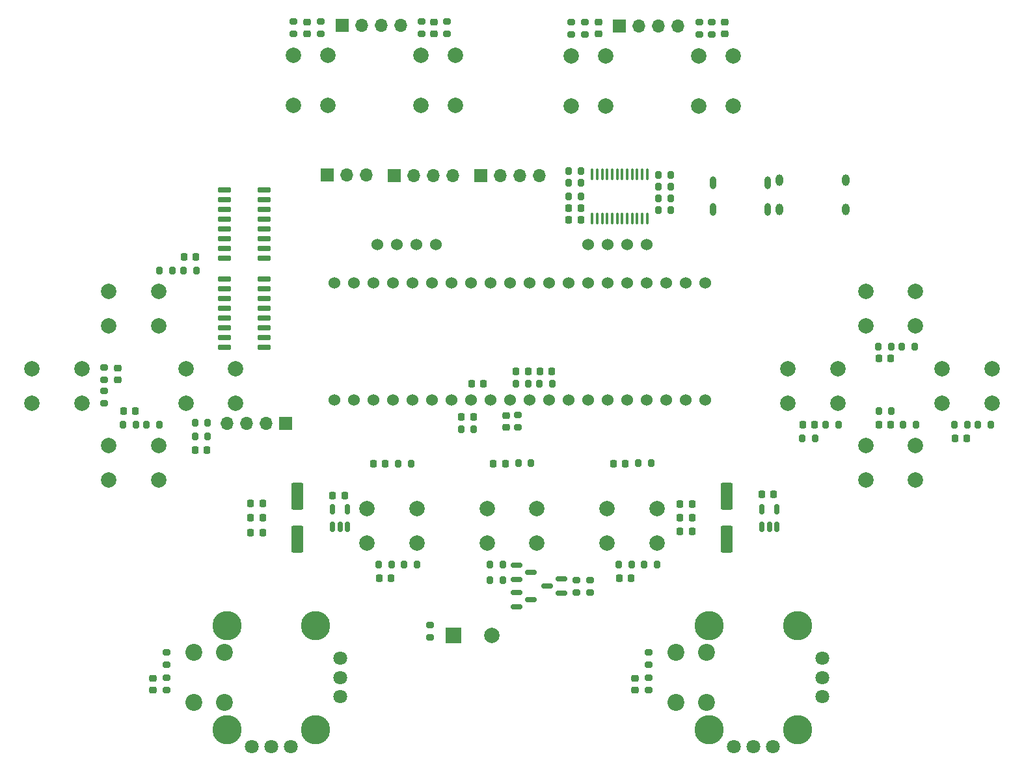
<source format=gbr>
%TF.GenerationSoftware,KiCad,Pcbnew,7.0.2*%
%TF.CreationDate,2023-05-23T12:29:29+08:00*%
%TF.ProjectId,remote_controller,72656d6f-7465-45f6-936f-6e74726f6c6c,rev?*%
%TF.SameCoordinates,PX715d7c0PY5feca40*%
%TF.FileFunction,Soldermask,Top*%
%TF.FilePolarity,Negative*%
%FSLAX46Y46*%
G04 Gerber Fmt 4.6, Leading zero omitted, Abs format (unit mm)*
G04 Created by KiCad (PCBNEW 7.0.2) date 2023-05-23 12:29:29*
%MOMM*%
%LPD*%
G01*
G04 APERTURE LIST*
G04 Aperture macros list*
%AMRoundRect*
0 Rectangle with rounded corners*
0 $1 Rounding radius*
0 $2 $3 $4 $5 $6 $7 $8 $9 X,Y pos of 4 corners*
0 Add a 4 corners polygon primitive as box body*
4,1,4,$2,$3,$4,$5,$6,$7,$8,$9,$2,$3,0*
0 Add four circle primitives for the rounded corners*
1,1,$1+$1,$2,$3*
1,1,$1+$1,$4,$5*
1,1,$1+$1,$6,$7*
1,1,$1+$1,$8,$9*
0 Add four rect primitives between the rounded corners*
20,1,$1+$1,$2,$3,$4,$5,0*
20,1,$1+$1,$4,$5,$6,$7,0*
20,1,$1+$1,$6,$7,$8,$9,0*
20,1,$1+$1,$8,$9,$2,$3,0*%
G04 Aperture macros list end*
%ADD10O,1.700000X1.700000*%
%ADD11R,1.700000X1.700000*%
%ADD12C,2.200000*%
%ADD13C,1.800000*%
%ADD14C,3.800000*%
%ADD15RoundRect,0.218750X-0.218750X-0.256250X0.218750X-0.256250X0.218750X0.256250X-0.218750X0.256250X0*%
%ADD16C,2.000000*%
%ADD17C,1.524000*%
%ADD18RoundRect,0.225000X0.225000X0.250000X-0.225000X0.250000X-0.225000X-0.250000X0.225000X-0.250000X0*%
%ADD19RoundRect,0.225000X-0.225000X-0.250000X0.225000X-0.250000X0.225000X0.250000X-0.225000X0.250000X0*%
%ADD20RoundRect,0.200000X0.275000X-0.200000X0.275000X0.200000X-0.275000X0.200000X-0.275000X-0.200000X0*%
%ADD21RoundRect,0.225000X-0.250000X0.225000X-0.250000X-0.225000X0.250000X-0.225000X0.250000X0.225000X0*%
%ADD22RoundRect,0.100000X0.100000X-0.637500X0.100000X0.637500X-0.100000X0.637500X-0.100000X-0.637500X0*%
%ADD23RoundRect,0.200000X-0.200000X-0.275000X0.200000X-0.275000X0.200000X0.275000X-0.200000X0.275000X0*%
%ADD24RoundRect,0.200000X-0.275000X0.200000X-0.275000X-0.200000X0.275000X-0.200000X0.275000X0.200000X0*%
%ADD25RoundRect,0.200000X0.200000X0.275000X-0.200000X0.275000X-0.200000X-0.275000X0.200000X-0.275000X0*%
%ADD26RoundRect,0.150000X0.150000X-0.512500X0.150000X0.512500X-0.150000X0.512500X-0.150000X-0.512500X0*%
%ADD27RoundRect,0.250000X0.550000X-1.500000X0.550000X1.500000X-0.550000X1.500000X-0.550000X-1.500000X0*%
%ADD28RoundRect,0.150000X-0.587500X-0.150000X0.587500X-0.150000X0.587500X0.150000X-0.587500X0.150000X0*%
%ADD29R,2.000000X2.000000*%
%ADD30RoundRect,0.225000X0.250000X-0.225000X0.250000X0.225000X-0.250000X0.225000X-0.250000X-0.225000X0*%
%ADD31RoundRect,0.150000X0.725000X0.150000X-0.725000X0.150000X-0.725000X-0.150000X0.725000X-0.150000X0*%
%ADD32RoundRect,0.150000X0.587500X0.150000X-0.587500X0.150000X-0.587500X-0.150000X0.587500X-0.150000X0*%
%ADD33O,0.800000X1.700000*%
%ADD34O,1.000000X1.500000*%
G04 APERTURE END LIST*
D10*
%TO.C,J4*%
X50860800Y64704595D03*
X48320800Y64704595D03*
X45780800Y64704595D03*
D11*
X43240800Y64704595D03*
%TD*%
%TO.C,J5*%
X79308800Y64652000D03*
D10*
X81848800Y64652000D03*
X84388800Y64652000D03*
X86928800Y64652000D03*
%TD*%
D11*
%TO.C,J7*%
X61315600Y45161200D03*
D10*
X63855600Y45161200D03*
X66395600Y45161200D03*
X68935600Y45161200D03*
%TD*%
D11*
%TO.C,J6*%
X50038000Y45161200D03*
D10*
X52578000Y45161200D03*
X55118000Y45161200D03*
X57658000Y45161200D03*
%TD*%
D12*
%TO.C,SW2*%
X27910060Y-16958350D03*
X27910060Y-23458350D03*
D13*
X36510060Y-29208350D03*
X43010060Y-22708350D03*
X31510060Y-29208350D03*
X43010060Y-17708350D03*
X34010060Y-29208350D03*
X43010060Y-20208350D03*
D12*
X23910060Y-16958350D03*
X23910060Y-23458350D03*
D14*
X28260060Y-13458350D03*
X28260060Y-26958350D03*
X39760060Y-13458350D03*
X39760060Y-26958350D03*
%TD*%
D12*
%TO.C,SW3*%
X90648060Y-16958350D03*
X90648060Y-23458350D03*
D13*
X99248060Y-29208350D03*
X105748060Y-22708350D03*
X94248060Y-29208350D03*
X105748060Y-17708350D03*
X96748060Y-29208350D03*
X105748060Y-20208350D03*
D12*
X86648060Y-16958350D03*
X86648060Y-23458350D03*
D14*
X90998060Y-13458350D03*
X90998060Y-26958350D03*
X102498060Y-13458350D03*
X102498060Y-26958350D03*
%TD*%
D15*
%TO.C,D3*%
X47273060Y7671150D03*
X48848060Y7671150D03*
%TD*%
D11*
%TO.C,RV1*%
X41326060Y45210150D03*
D10*
X43866060Y45210150D03*
X46406060Y45210150D03*
%TD*%
D16*
%TO.C,SW10*%
X89599625Y54224000D03*
X89599625Y60724000D03*
X94099625Y54224000D03*
X94099625Y60724000D03*
%TD*%
D17*
%TO.C,U2*%
X75261700Y36138000D03*
X77801700Y36138000D03*
X80341700Y36138000D03*
X82881700Y36138000D03*
%TD*%
D18*
%TO.C,C41*%
X124527560Y10953150D03*
X122977560Y10953150D03*
%TD*%
%TO.C,C26*%
X70535600Y19659600D03*
X68985600Y19659600D03*
%TD*%
%TO.C,C40*%
X114621560Y12731150D03*
X113071560Y12731150D03*
%TD*%
D19*
%TO.C,C6*%
X31323560Y2484149D03*
X32873560Y2484149D03*
%TD*%
%TO.C,C15*%
X87203560Y2357149D03*
X88753560Y2357149D03*
%TD*%
D20*
%TO.C,R27*%
X36902875Y63559595D03*
X36902875Y65209595D03*
%TD*%
D19*
%TO.C,C23*%
X22647560Y34575150D03*
X24197560Y34575150D03*
%TD*%
%TO.C,C1*%
X72732000Y40894000D03*
X74282000Y40894000D03*
%TD*%
D18*
%TO.C,C4*%
X43541560Y3494649D03*
X41991560Y3494649D03*
%TD*%
D21*
%TO.C,C24*%
X38680875Y65159595D03*
X38680875Y63609595D03*
%TD*%
D22*
%TO.C,U3*%
X75774000Y39555500D03*
X76424000Y39555500D03*
X77074000Y39555500D03*
X77724000Y39555500D03*
X78374000Y39555500D03*
X79024000Y39555500D03*
X79674000Y39555500D03*
X80324000Y39555500D03*
X80974000Y39555500D03*
X81624000Y39555500D03*
X82274000Y39555500D03*
X82924000Y39555500D03*
X82924000Y45280500D03*
X82274000Y45280500D03*
X81624000Y45280500D03*
X80974000Y45280500D03*
X80324000Y45280500D03*
X79674000Y45280500D03*
X79024000Y45280500D03*
X78374000Y45280500D03*
X77724000Y45280500D03*
X77074000Y45280500D03*
X76424000Y45280500D03*
X75774000Y45280500D03*
%TD*%
D23*
%TO.C,R1*%
X84366000Y45212000D03*
X86016000Y45212000D03*
%TD*%
D20*
%TO.C,R40*%
X89690625Y63507000D03*
X89690625Y65157000D03*
%TD*%
D23*
%TO.C,R30*%
X68935600Y18034000D03*
X70585600Y18034000D03*
%TD*%
%TO.C,R12*%
X50537560Y7671150D03*
X52187560Y7671150D03*
%TD*%
D19*
%TO.C,C16*%
X87203560Y579149D03*
X88753560Y579149D03*
%TD*%
D23*
%TO.C,R37*%
X14723560Y12731150D03*
X16373560Y12731150D03*
%TD*%
D18*
%TO.C,C14*%
X99389560Y3627149D03*
X97839560Y3627149D03*
%TD*%
D20*
%TO.C,R15*%
X54704560Y-15017850D03*
X54704560Y-13367850D03*
%TD*%
D23*
%TO.C,R25*%
X19486560Y32797150D03*
X21136560Y32797150D03*
%TD*%
D18*
%TO.C,C38*%
X114621560Y21367150D03*
X113071560Y21367150D03*
%TD*%
D24*
%TO.C,R43*%
X20374560Y-16923850D03*
X20374560Y-18573850D03*
%TD*%
D25*
%TO.C,R2*%
X74333000Y45744000D03*
X72683000Y45744000D03*
%TD*%
%TO.C,R5*%
X86016000Y40640000D03*
X84366000Y40640000D03*
%TD*%
D23*
%TO.C,R49*%
X103115560Y10953150D03*
X104765560Y10953150D03*
%TD*%
D15*
%TO.C,D5*%
X78515060Y7651150D03*
X80090060Y7651150D03*
%TD*%
D23*
%TO.C,R59*%
X122927560Y12731150D03*
X124577560Y12731150D03*
%TD*%
D25*
%TO.C,R4*%
X86016000Y42164000D03*
X84366000Y42164000D03*
%TD*%
D20*
%TO.C,R28*%
X40458875Y63559595D03*
X40458875Y65209595D03*
%TD*%
D25*
%TO.C,R8*%
X64123000Y-5516850D03*
X62473000Y-5516850D03*
%TD*%
D23*
%TO.C,R38*%
X58712600Y12141200D03*
X60362600Y12141200D03*
%TD*%
%TO.C,R6*%
X72693000Y44224000D03*
X74343000Y44224000D03*
%TD*%
D25*
%TO.C,R39*%
X25717000Y12954000D03*
X24067000Y12954000D03*
%TD*%
D23*
%TO.C,R3*%
X72682000Y42418000D03*
X74332000Y42418000D03*
%TD*%
D26*
%TO.C,U5*%
X42004560Y-558351D03*
X42954560Y-558351D03*
X43904560Y-558351D03*
X43904560Y1716649D03*
X42004560Y1716649D03*
%TD*%
D20*
%TO.C,R50*%
X83112560Y-20225850D03*
X83112560Y-21875850D03*
%TD*%
D18*
%TO.C,C39*%
X49595000Y-7294850D03*
X48045000Y-7294850D03*
%TD*%
D25*
%TO.C,R26*%
X24247560Y32797150D03*
X22597560Y32797150D03*
%TD*%
D27*
%TO.C,C18*%
X93272560Y-2220851D03*
X93272560Y3379149D03*
%TD*%
D16*
%TO.C,SW9*%
X22892000Y20030150D03*
X29392000Y20030150D03*
X22892000Y15530150D03*
X29392000Y15530150D03*
%TD*%
D25*
%TO.C,R54*%
X117910560Y12731150D03*
X116260560Y12731150D03*
%TD*%
D19*
%TO.C,C7*%
X31323560Y579149D03*
X32873560Y579149D03*
%TD*%
D20*
%TO.C,R45*%
X73053625Y63507000D03*
X73053625Y65157000D03*
%TD*%
D19*
%TO.C,C2*%
X72732000Y39370000D03*
X74282000Y39370000D03*
%TD*%
D20*
%TO.C,R44*%
X20374560Y-21875850D03*
X20374560Y-20225850D03*
%TD*%
D24*
%TO.C,R11*%
X73712000Y-7485850D03*
X73712000Y-9135850D03*
%TD*%
D28*
%TO.C,Q1*%
X65916500Y-9138850D03*
X65916500Y-11038850D03*
X67791500Y-10088850D03*
%TD*%
D29*
%TO.C,BZ1*%
X57752560Y-14700850D03*
D16*
X62752560Y-14700850D03*
%TD*%
D21*
%TO.C,C34*%
X18596560Y-20275850D03*
X18596560Y-21825850D03*
%TD*%
D25*
%TO.C,R51*%
X117719560Y22891150D03*
X116069560Y22891150D03*
%TD*%
%TO.C,R58*%
X84189000Y-5516850D03*
X82539000Y-5516850D03*
%TD*%
D16*
%TO.C,SW5*%
X36862875Y54276595D03*
X36862875Y60776595D03*
X41362875Y54276595D03*
X41362875Y60776595D03*
%TD*%
D17*
%TO.C,U1*%
X47778300Y36138000D03*
X50318300Y36138000D03*
X52858300Y36138000D03*
X55398300Y36138000D03*
%TD*%
D16*
%TO.C,SW7*%
X53448875Y54276595D03*
X53448875Y60776595D03*
X57948875Y54276595D03*
X57948875Y60776595D03*
%TD*%
D20*
%TO.C,R34*%
X56841875Y63559595D03*
X56841875Y65209595D03*
%TD*%
D16*
%TO.C,SW1*%
X62080000Y1778000D03*
X68580000Y1778000D03*
X62080000Y-2722000D03*
X68580000Y-2722000D03*
%TD*%
%TO.C,SW17*%
X77701000Y1778000D03*
X84201000Y1778000D03*
X77701000Y-2722000D03*
X84201000Y-2722000D03*
%TD*%
%TO.C,SW13*%
X111356250Y30063150D03*
X117856250Y30063150D03*
X111356250Y25563150D03*
X117856250Y25563150D03*
%TD*%
D30*
%TO.C,C25*%
X14024560Y18560150D03*
X14024560Y20110150D03*
%TD*%
D18*
%TO.C,C42*%
X80837000Y-7294850D03*
X79287000Y-7294850D03*
%TD*%
D23*
%TO.C,R60*%
X79237000Y-5516850D03*
X80887000Y-5516850D03*
%TD*%
D31*
%TO.C,U9*%
X33055000Y34417000D03*
X33055000Y35687000D03*
X33055000Y36957000D03*
X33055000Y38227000D03*
X33055000Y39497000D03*
X33055000Y40767000D03*
X33055000Y42037000D03*
X33055000Y43307000D03*
X27905000Y43307000D03*
X27905000Y42037000D03*
X27905000Y40767000D03*
X27905000Y39497000D03*
X27905000Y38227000D03*
X27905000Y36957000D03*
X27905000Y35687000D03*
X27905000Y34417000D03*
%TD*%
D20*
%TO.C,R29*%
X12246560Y15462150D03*
X12246560Y17112150D03*
%TD*%
D25*
%TO.C,R35*%
X19421560Y12731150D03*
X17771560Y12731150D03*
%TD*%
D21*
%TO.C,C28*%
X55190875Y65159595D03*
X55190875Y63609595D03*
%TD*%
D26*
%TO.C,U7*%
X97884560Y-558351D03*
X98834560Y-558351D03*
X99784560Y-558351D03*
X99784560Y1716649D03*
X97884560Y1716649D03*
%TD*%
D19*
%TO.C,C3*%
X61613000Y18034000D03*
X60063000Y18034000D03*
%TD*%
D16*
%TO.C,SW12*%
X101268000Y20030150D03*
X107768000Y20030150D03*
X101268000Y15530150D03*
X107768000Y15530150D03*
%TD*%
D28*
%TO.C,D2*%
X65916500Y-5582850D03*
X65916500Y-7482850D03*
X67791500Y-6532850D03*
%TD*%
D25*
%TO.C,R46*%
X107813560Y12731150D03*
X106163560Y12731150D03*
%TD*%
D19*
%TO.C,C32*%
X24117000Y9398000D03*
X25667000Y9398000D03*
%TD*%
D23*
%TO.C,R14*%
X81779560Y7691150D03*
X83429560Y7691150D03*
%TD*%
D18*
%TO.C,C29*%
X16323560Y14509150D03*
X14773560Y14509150D03*
%TD*%
D20*
%TO.C,R47*%
X74831625Y63507000D03*
X74831625Y65157000D03*
%TD*%
D21*
%TO.C,C33*%
X92992625Y65107000D03*
X92992625Y63557000D03*
%TD*%
D16*
%TO.C,SW8*%
X12885000Y9997150D03*
X19385000Y9997150D03*
X12885000Y5497150D03*
X19385000Y5497150D03*
%TD*%
%TO.C,SW14*%
X46459000Y1778000D03*
X52959000Y1778000D03*
X46459000Y-2722000D03*
X52959000Y-2722000D03*
%TD*%
D20*
%TO.C,R10*%
X75490000Y-9135850D03*
X75490000Y-7485850D03*
%TD*%
D21*
%TO.C,C37*%
X81334560Y-21825850D03*
X81334560Y-20275850D03*
%TD*%
D16*
%TO.C,SW15*%
X111356250Y9997150D03*
X117856250Y9997150D03*
X111356250Y5497150D03*
X117856250Y5497150D03*
%TD*%
D25*
%TO.C,R9*%
X64123000Y-7548850D03*
X62473000Y-7548850D03*
%TD*%
D24*
%TO.C,R31*%
X12246560Y20160150D03*
X12246560Y18510150D03*
%TD*%
D18*
%TO.C,C31*%
X60312600Y13766800D03*
X58762600Y13766800D03*
%TD*%
D25*
%TO.C,R7*%
X86016000Y43688000D03*
X84366000Y43688000D03*
%TD*%
D18*
%TO.C,C36*%
X104715560Y12731150D03*
X103165560Y12731150D03*
%TD*%
D20*
%TO.C,R33*%
X53539875Y63559595D03*
X53539875Y65209595D03*
%TD*%
D23*
%TO.C,R32*%
X67462400Y18034000D03*
X65812400Y18034000D03*
%TD*%
D21*
%TO.C,C35*%
X76609625Y65107000D03*
X76609625Y63557000D03*
%TD*%
D32*
%TO.C,Q2*%
X71777000Y-9260850D03*
X71777000Y-7360850D03*
X69902000Y-8310850D03*
%TD*%
D27*
%TO.C,C8*%
X37392560Y-2220851D03*
X37392560Y3379149D03*
%TD*%
D16*
%TO.C,SW4*%
X12885000Y30063150D03*
X19385000Y30063150D03*
X12885000Y25563150D03*
X19385000Y25563150D03*
%TD*%
D24*
%TO.C,R48*%
X83112560Y-18573850D03*
X83112560Y-16923850D03*
%TD*%
D25*
%TO.C,R41*%
X25717000Y11176000D03*
X24067000Y11176000D03*
%TD*%
D23*
%TO.C,R56*%
X113084560Y14509150D03*
X114734560Y14509150D03*
%TD*%
%TO.C,R55*%
X47995000Y-5516850D03*
X49645000Y-5516850D03*
%TD*%
D16*
%TO.C,SW6*%
X2878000Y20030150D03*
X9378000Y20030150D03*
X2878000Y15530150D03*
X9378000Y15530150D03*
%TD*%
D25*
%TO.C,R57*%
X127625560Y12731150D03*
X125975560Y12731150D03*
%TD*%
%TO.C,R53*%
X52947000Y-5516850D03*
X51297000Y-5516850D03*
%TD*%
D19*
%TO.C,C5*%
X31323560Y-1325851D03*
X32873560Y-1325851D03*
%TD*%
D16*
%TO.C,SW11*%
X73013625Y54224000D03*
X73013625Y60724000D03*
X77513625Y54224000D03*
X77513625Y60724000D03*
%TD*%
D23*
%TO.C,R52*%
X113021560Y22891150D03*
X114671560Y22891150D03*
%TD*%
%TO.C,R13*%
X66158560Y7691150D03*
X67808560Y7691150D03*
%TD*%
D15*
%TO.C,D4*%
X62894060Y7651150D03*
X64469060Y7651150D03*
%TD*%
D21*
%TO.C,C30*%
X64566800Y12382200D03*
X64566800Y13932200D03*
%TD*%
D20*
%TO.C,R36*%
X66090800Y13982200D03*
X66090800Y12332200D03*
%TD*%
D31*
%TO.C,U10*%
X33055000Y22764150D03*
X33055000Y24034150D03*
X33055000Y25304150D03*
X33055000Y26574150D03*
X33055000Y27844150D03*
X33055000Y29114150D03*
X33055000Y30384150D03*
X33055000Y31654150D03*
X27905000Y31654150D03*
X27905000Y30384150D03*
X27905000Y29114150D03*
X27905000Y27844150D03*
X27905000Y26574150D03*
X27905000Y25304150D03*
X27905000Y24034150D03*
X27905000Y22764150D03*
%TD*%
D19*
%TO.C,C17*%
X87203560Y-1198851D03*
X88753560Y-1198851D03*
%TD*%
D16*
%TO.C,SW16*%
X121282000Y20030150D03*
X127782000Y20030150D03*
X121282000Y15530150D03*
X127782000Y15530150D03*
%TD*%
D18*
%TO.C,C27*%
X67424600Y19659600D03*
X65874600Y19659600D03*
%TD*%
D20*
%TO.C,R42*%
X91341625Y63507000D03*
X91341625Y65157000D03*
%TD*%
D33*
%TO.C,J3*%
X91503660Y44196000D03*
X91503660Y40746000D03*
X98653660Y44196000D03*
X98653660Y40746000D03*
%TD*%
D11*
%TO.C,J1*%
X35852000Y12865150D03*
D10*
X33312000Y12865150D03*
X30772000Y12865150D03*
X28232000Y12865150D03*
%TD*%
D34*
%TO.C,J2*%
X100153560Y44573150D03*
X100153560Y40773150D03*
X108793560Y44573150D03*
X108793560Y40773150D03*
%TD*%
D17*
%TO.C,U4*%
X90488700Y15918150D03*
X87948700Y15918150D03*
X85408700Y15918150D03*
X82868700Y15918150D03*
X80328700Y15918150D03*
X77788700Y15918150D03*
X75248700Y15918150D03*
X72708700Y15918150D03*
X70168700Y15918150D03*
X67628700Y15918150D03*
X65088700Y15918150D03*
X62548700Y15918150D03*
X60008700Y15918150D03*
X57468700Y15918150D03*
X54928700Y15918150D03*
X52388700Y15918150D03*
X49848700Y15918150D03*
X47308700Y15918150D03*
X44768700Y15918150D03*
X42228700Y15918150D03*
X42228700Y31158150D03*
X44768700Y31158150D03*
X47308700Y31158150D03*
X49848700Y31158150D03*
X52388700Y31158150D03*
X54928700Y31158150D03*
X57468700Y31158150D03*
X60008700Y31158150D03*
X62548700Y31158150D03*
X65088700Y31158150D03*
X67628700Y31158150D03*
X70168700Y31158150D03*
X72708700Y31158150D03*
X75248700Y31158150D03*
X77788700Y31158150D03*
X80328700Y31158150D03*
X82868700Y31158150D03*
X85408700Y31158150D03*
X87948700Y31158150D03*
X90488700Y31158150D03*
%TD*%
M02*

</source>
